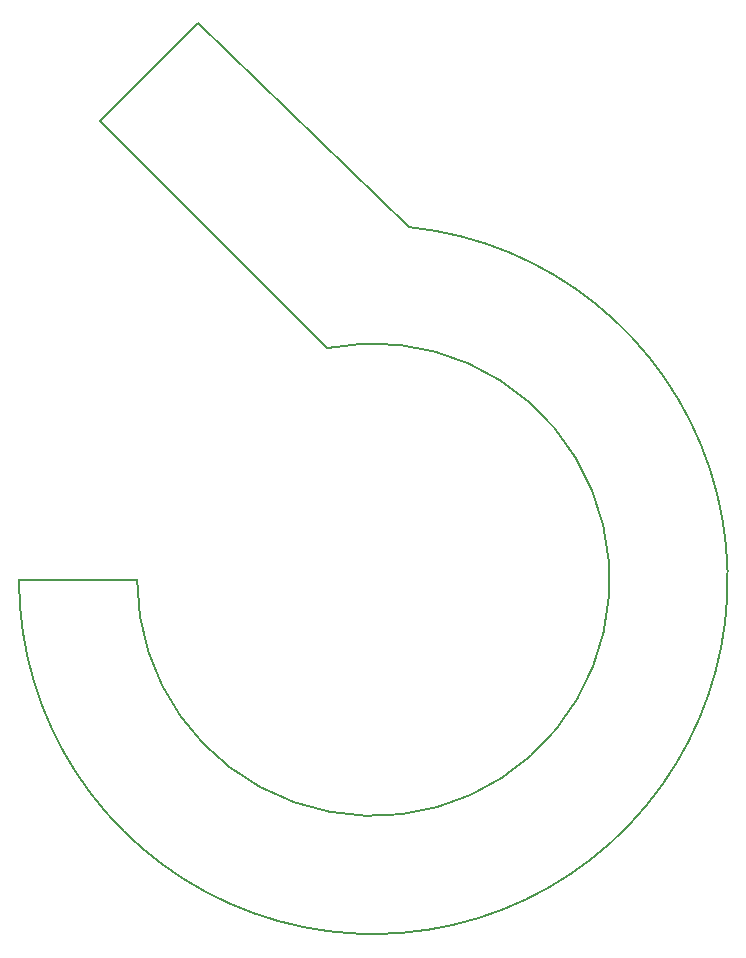
<source format=gbr>
%TF.GenerationSoftware,KiCad,Pcbnew,(5.1.10-1-10_14)*%
%TF.CreationDate,2021-10-31T06:09:43-07:00*%
%TF.ProjectId,o6DOFc_flex_pcb,6f36444f-4663-45f6-966c-65785f706362,rev?*%
%TF.SameCoordinates,Original*%
%TF.FileFunction,Profile,NP*%
%FSLAX46Y46*%
G04 Gerber Fmt 4.6, Leading zero omitted, Abs format (unit mm)*
G04 Created by KiCad (PCBNEW (5.1.10-1-10_14)) date 2021-10-31 06:09:43*
%MOMM*%
%LPD*%
G01*
G04 APERTURE LIST*
%TA.AperFunction,Profile*%
%ADD10C,0.200000*%
%TD*%
G04 APERTURE END LIST*
D10*
X67725000Y-29100000D02*
X85599449Y-46355389D01*
X59400000Y-37375000D02*
X67725000Y-29100000D01*
X78598827Y-56594180D02*
X59400000Y-37375000D01*
X62550001Y-76200000D02*
X52550001Y-76200000D01*
X78598827Y-56594180D02*
G75*
G02*
X62550001Y-76200000I3951173J-19605820D01*
G01*
X85599449Y-46355389D02*
G75*
G02*
X52550001Y-76200000I-3049449J-29844611D01*
G01*
M02*

</source>
